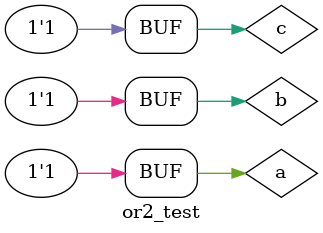
<source format=v>
module or2_test;
reg a,b;
wire c;
or or2_test(c,a,b);
initial
begin
#000 a=0;b=0;
#100 a=0;b=1;
#100 a=1;b=0;
#100 a=1;b=1;
end 
initial
begin
$monitor($time,"a=%b,b=%b,c=%b",a,b,c);
end
initial 
begin 
$dumpfile("or2_test.vcd");
$dumpvars(0,or2_test);
end
endmodule
</source>
